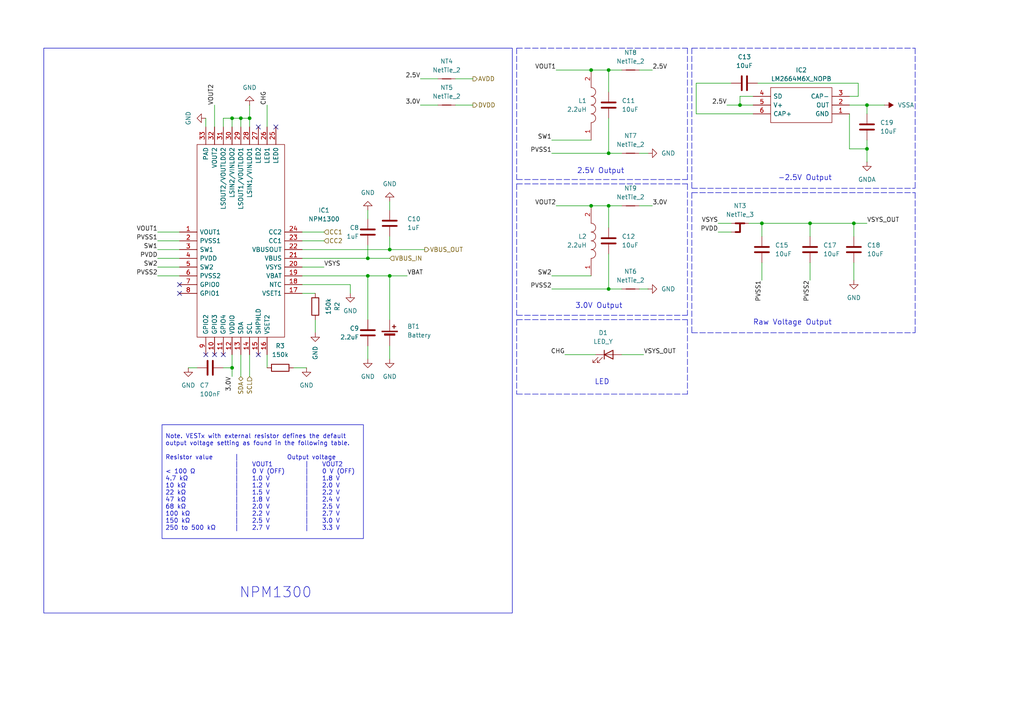
<source format=kicad_sch>
(kicad_sch (version 20231120) (generator "eeschema") (generator_version "8.0")
  (paper "A4")
  (lib_symbols
    (symbol "Device:Battery_Cell" (pin_numbers hide) (pin_names (offset 0) hide)
      (property "Reference" "BT" (at 2.54 2.54 0))
      (property "Value" "Battery_Cell" (at 2.54 0 0))
      (symbol "Battery_Cell_0_1"
        (rectangle (start -2.286 1.778) (end 2.286 1.524) (fill (type outline)))
        (rectangle (start -1.524 1.016) (end 1.524 0.508) (fill (type outline)))
        (polyline (pts (xy 0 0.762) (xy 0 0)))
        (polyline (pts (xy 0 1.778) (xy 0 2.54)))
        (polyline (pts (xy 0.762 3.048) (xy 1.778 3.048)) (stroke (width 0.254)))
        (polyline (pts (xy 1.27 3.556) (xy 1.27 2.54)) (stroke (width 0.254)))
      )
      (symbol "Battery_Cell_1_1"
        (pin passive line (at 0 5.08 270) (length 2.54) (name "+") (number "1"))
        (pin passive line (at 0 -2.54 90) (length 2.54) (name "-") (number "2"))
      )
    )
    (symbol "Device:C" (pin_numbers hide) (pin_names (offset 0.254))
      (property "Reference" "C" (at 0.635 2.54 0))
      (property "Value" "C" (at 0.635 -2.54 0))
      (symbol "C_0_1"
        (polyline (pts (xy -2.032 -0.762) (xy 2.032 -0.762)) (stroke (width 0.508)))
        (polyline (pts (xy -2.032 0.762) (xy 2.032 0.762)) (stroke (width 0.508)))
      )
      (symbol "C_1_1"
        (pin passive line (at 0 3.81 270) (length 2.794) (name "~") (number "1"))
        (pin passive line (at 0 -3.81 90) (length 2.794) (name "~") (number "2"))
      )
    )
    (symbol "Device:LED" (pin_numbers hide) (pin_names (offset 1.016) hide)
      (property "Reference" "D" (at 0 2.54 0))
      (property "Value" "LED" (at 0 -2.54 0))
      (symbol "LED_0_1"
        (polyline (pts (xy -1.27 -1.27) (xy -1.27 1.27)) (stroke (width 0.254)))
        (polyline (pts (xy -1.27 0) (xy 1.27 0)))
        (polyline (pts (xy 1.27 -1.27) (xy 1.27 1.27) (xy -1.27 0) (xy 1.27 -1.27)) (stroke (width 0.254)))
        (polyline (pts (xy -3.048 -0.762) (xy -4.572 -2.286) (xy -3.81 -2.286) (xy -4.572 -2.286) (xy -4.572 -1.524)))
        (polyline (pts (xy -1.778 -0.762) (xy -3.302 -2.286) (xy -2.54 -2.286) (xy -3.302 -2.286) (xy -3.302 -1.524)))
      )
      (symbol "LED_1_1"
        (pin passive line (at -3.81 0 0) (length 2.54) (name "K") (number "1"))
        (pin passive line (at 3.81 0 180) (length 2.54) (name "A") (number "2"))
      )
    )
    (symbol "Device:NetTie_2" (pin_numbers hide) (pin_names (offset 0) hide) (in_bom no)
      (property "Reference" "NT" (at 0 1.27 0))
      (property "Value" "NetTie_2" (at 0 -1.27 0))
      (symbol "NetTie_2_0_1"
        (polyline (pts (xy -1.27 0) (xy 1.27 0)) (stroke (width 0.254)))
      )
      (symbol "NetTie_2_1_1"
        (pin passive line (at -2.54 0 0) (length 2.54) (name "1") (number "1"))
        (pin passive line (at 2.54 0 180) (length 2.54) (name "2") (number "2"))
      )
    )
    (symbol "Device:NetTie_3" (pin_numbers hide) (pin_names (offset 0) hide) (in_bom no)
      (property "Reference" "NT" (at 0 1.27 0))
      (property "Value" "NetTie_3" (at 0 -3.81 0))
      (symbol "NetTie_3_0_1"
        (polyline (pts (xy -1.27 0) (xy 1.27 0)) (stroke (width 0.508)))
        (polyline (pts (xy 0 0) (xy 0 -2.54) (xy -1.27 -2.54)) (stroke (width 0.508)))
      )
      (symbol "NetTie_3_1_1"
        (pin passive line (at -2.54 0 0) (length 2.54) (name "1") (number "1"))
        (pin passive line (at 2.54 0 180) (length 2.54) (name "2") (number "2"))
        (pin passive line (at -2.54 -2.54 0) (length 2.54) (name "3") (number "3"))
      )
    )
    (symbol "Device:R" (pin_numbers hide) (pin_names (offset 0))
      (property "Reference" "R" (at 2.032 0 90))
      (property "Value" "R" (at 0 0 90))
      (symbol "R_0_1"
        (rectangle (start -1.016 -2.54) (end 1.016 2.54) (stroke (width 0.254)))
      )
      (symbol "R_1_1"
        (pin passive line (at 0 3.81 270) (length 1.27) (name "~") (number "1"))
        (pin passive line (at 0 -3.81 90) (length 1.27) (name "~") (number "2"))
      )
    )
    (symbol "LM2664M6X_NOPB:LM2664M6X_NOPB" (pin_names (offset 0.762))
      (property "Reference" "IC" (at 24.13 7.62 0))
      (property "Value" "LM2664M6X_NOPB" (at 24.13 5.08 0))
      (symbol "LM2664M6X_NOPB_0_0"
        (pin passive line (at 0 0 0) (length 5.08) (name "GND") (number "1"))
        (pin passive line (at 0 -2.54 0) (length 5.08) (name "OUT") (number "2"))
        (pin passive line (at 0 -5.08 0) (length 5.08) (name "CAP-") (number "3"))
        (pin passive line (at 27.94 -5.08 180) (length 5.08) (name "SD") (number "4"))
        (pin passive line (at 27.94 -2.54 180) (length 5.08) (name "V+") (number "5"))
        (pin passive line (at 27.94 0 180) (length 5.08) (name "CAP+") (number "6"))
      )
      (symbol "LM2664M6X_NOPB_0_1"
        (polyline (pts (xy 5.08 2.54) (xy 22.86 2.54) (xy 22.86 -7.62) (xy 5.08 -7.62) (xy 5.08 2.54)) (stroke (width 0.1524)))
      )
    )
    (symbol "MLP2016H2R2MT0S1:MLP2016H2R2MT0S1" (pin_names (offset 0.762))
      (property "Reference" "L" (at 16.51 6.35 0))
      (property "Value" "MLP2016H2R2MT0S1" (at 16.51 3.81 0))
      (symbol "MLP2016H2R2MT0S1_0_0"
        (pin passive line (at 0 0 0) (length 5.08) (name "~") (number "1"))
        (pin passive line (at 20.32 0 180) (length 5.08) (name "~") (number "2"))
      )
      (symbol "MLP2016H2R2MT0S1_0_1"
        (arc (start 5.08 0) (mid 6.35 -1.3218) (end 7.62 0) (stroke (width 0.1524)))
        (arc (start 7.62 0) (mid 8.89 -1.3218) (end 10.16 0) (stroke (width 0.1524)))
        (arc (start 10.16 0) (mid 11.43 -1.3218) (end 12.7 0) (stroke (width 0.1524)))
        (arc (start 12.7 0) (mid 13.97 -1.3218) (end 15.24 0) (stroke (width 0.1524)))
      )
    )
    (symbol "NPM1300-QEAA-R:NPM1300-QEAA-R" (pin_names (offset 0.762))
      (property "Reference" "IC" (at 31.75 30.48 0))
      (property "Value" "NPM1300-QEAA-R" (at 31.75 27.94 0))
      (symbol "NPM1300-QEAA-R_0_0"
        (pin power_in line (at 0 0 0) (length 5.08) (name "VOUT1") (number "1"))
        (pin bidirectional line (at 10.16 -35.56 90) (length 5.08) (name "GPIO3") (number "10"))
        (pin bidirectional line (at 12.7 -35.56 90) (length 5.08) (name "GPIO4") (number "11"))
        (pin power_in line (at 15.24 -35.56 90) (length 5.08) (name "VDDIO") (number "12"))
        (pin bidirectional line (at 17.78 -35.56 90) (length 5.08) (name "SDA") (number "13"))
        (pin input line (at 20.32 -35.56 90) (length 5.08) (name "SCL") (number "14"))
        (pin input line (at 22.86 -35.56 90) (length 5.08) (name "SHPHLD") (number "15"))
        (pin input line (at 25.4 -35.56 90) (length 5.08) (name "VSET2") (number "16"))
        (pin input line (at 35.56 -17.78 180) (length 5.08) (name "VSET1") (number "17"))
        (pin input line (at 35.56 -15.24 180) (length 5.08) (name "NTC") (number "18"))
        (pin power_in line (at 35.56 -12.7 180) (length 5.08) (name "VBAT") (number "19"))
        (pin power_in line (at 0 -2.54 0) (length 5.08) (name "PVSS1") (number "2"))
        (pin power_in line (at 35.56 -10.16 180) (length 5.08) (name "VSYS") (number "20"))
        (pin power_in line (at 35.56 -7.62 180) (length 5.08) (name "VBUS") (number "21"))
        (pin output line (at 35.56 -5.08 180) (length 5.08) (name "VBUSOUT") (number "22"))
        (pin input line (at 35.56 -2.54 180) (length 5.08) (name "CC1") (number "23"))
        (pin input line (at 35.56 0 180) (length 5.08) (name "CC2") (number "24"))
        (pin output line (at 27.94 30.48 270) (length 5.08) (name "LED0") (number "25"))
        (pin output line (at 25.4 30.48 270) (length 5.08) (name "LED1") (number "26"))
        (pin output line (at 22.86 30.48 270) (length 5.08) (name "LED2") (number "27"))
        (pin power_in line (at 20.32 30.48 270) (length 5.08) (name "LSIN1/VINLDO1") (number "28"))
        (pin power_in line (at 17.78 30.48 270) (length 5.08) (name "LSOUT1/VOUTLDO1") (number "29"))
        (pin power_in line (at 0 -5.08 0) (length 5.08) (name "SW1") (number "3"))
        (pin power_in line (at 15.24 30.48 270) (length 5.08) (name "LSIN2/VINLDO2") (number "30"))
        (pin power_in line (at 12.7 30.48 270) (length 5.08) (name "LSOUT2/VOUTLDO2") (number "31"))
        (pin power_in line (at 10.16 30.48 270) (length 5.08) (name "VOUT2") (number "32"))
        (pin power_in line (at 7.62 30.48 270) (length 5.08) (name "PAD") (number "33"))
        (pin power_in line (at 0 -7.62 0) (length 5.08) (name "PVDD") (number "4"))
        (pin power_in line (at 0 -10.16 0) (length 5.08) (name "SW2") (number "5"))
        (pin power_in line (at 0 -12.7 0) (length 5.08) (name "PVSS2") (number "6"))
        (pin bidirectional line (at 0 -15.24 0) (length 5.08) (name "GPIO0") (number "7"))
        (pin bidirectional line (at 0 -17.78 0) (length 5.08) (name "GPIO1") (number "8"))
        (pin bidirectional line (at 7.62 -35.56 90) (length 5.08) (name "GPIO2") (number "9"))
      )
      (symbol "NPM1300-QEAA-R_0_1"
        (polyline (pts (xy 5.08 25.4) (xy 30.48 25.4) (xy 30.48 -30.48) (xy 5.08 -30.48) (xy 5.08 25.4)) (stroke (width 0.1524)))
      )
    )
    (symbol "power:GND" (power) (pin_numbers hide) (pin_names (offset 0) hide)
      (property "Value" "GND" (at 0 -3.81 0))
      (symbol "GND_0_1"
        (polyline (pts (xy 0 0) (xy 0 -1.27) (xy 1.27 -1.27) (xy 0 -2.54) (xy -1.27 -1.27) (xy 0 -1.27)))
      )
      (symbol "GND_1_1"
        (pin power_in line (at 0 0 270) (length 0) (name "~") (number "1"))
      )
    )
    (symbol "power:GNDA" (power) (pin_numbers hide) (pin_names (offset 0) hide)
      (property "Value" "GNDA" (at 0 -3.81 0))
      (symbol "GNDA_0_1"
        (polyline (pts (xy 0 0) (xy 0 -1.27) (xy 1.27 -1.27) (xy 0 -2.54) (xy -1.27 -1.27) (xy 0 -1.27)))
      )
      (symbol "GNDA_1_1"
        (pin power_in line (at 0 0 270) (length 0) (name "~") (number "1"))
      )
    )
    (symbol "power:VSSA" (power) (pin_numbers hide) (pin_names (offset 0) hide)
      (property "Value" "VSSA" (at 0 3.556 0))
      (symbol "VSSA_0_1"
        (polyline (pts (xy 0 0) (xy 0 2.54)))
        (polyline (pts (xy 0.762 1.27) (xy -0.762 1.27) (xy 0 2.54) (xy 0.762 1.27)) (fill (type outline)))
      )
      (symbol "VSSA_1_1"
        (pin power_in line (at 0 0 90) (length 0) (name "~") (number "1"))
      )
    )
  )
  (junction (at 171.45 20.32))
  (junction (at 106.68 74.93))
  (junction (at 176.53 44.45))
  (junction (at 176.53 59.69))
  (junction (at 214.63 30.48))
  (junction (at 171.45 59.69))
  (junction (at 106.68 80.01))
  (junction (at 251.46 43.18))
  (junction (at 234.95 64.77))
  (junction (at 113.03 80.01))
  (junction (at 247.65 64.77))
  (junction (at 176.53 83.82))
  (junction (at 113.03 72.39))
  (junction (at 69.85 34.29))
  (junction (at 251.46 30.48))
  (junction (at 67.31 34.29))
  (junction (at 72.39 34.29))
  (junction (at 220.98 64.77))
  (junction (at 176.53 20.32))
  (junction (at 67.31 106.68))
  (no_connect (at 64.77 102.87))
  (no_connect (at 52.07 82.55))
  (no_connect (at 80.01 36.83))
  (no_connect (at 59.69 102.87))
  (no_connect (at 52.07 85.09))
  (no_connect (at 74.93 102.87))
  (no_connect (at 62.23 102.87))
  (no_connect (at 74.93 36.83))
  (wire (pts (xy 91.44 92.71) (xy 91.44 96.52)))
  (wire (pts (xy 176.53 20.32) (xy 180.34 20.32)))
  (wire (pts (xy 208.28 67.31) (xy 212.09 67.31)))
  (wire (pts (xy 208.28 64.77) (xy 212.09 64.77)))
  (wire (pts (xy 185.42 20.32) (xy 189.23 20.32)))
  (wire (pts (xy 106.68 74.93) (xy 106.68 71.12)))
  (wire (pts (xy 67.31 34.29) (xy 69.85 34.29)))
  (wire (pts (xy 113.03 72.39) (xy 123.19 72.39)))
  (wire (pts (xy 101.6 82.55) (xy 101.6 85.09)))
  (wire (pts (xy 185.42 83.82) (xy 187.96 83.82)))
  (wire (pts (xy 214.63 30.48) (xy 214.63 27.94)))
  (wire (pts (xy 246.38 27.94) (xy 248.92 27.94)))
  (wire (pts (xy 171.45 20.32) (xy 176.53 20.32)))
  (wire (pts (xy 87.63 69.85) (xy 93.98 69.85)))
  (wire (pts (xy 161.29 59.69) (xy 171.45 59.69)))
  (wire (pts (xy 57.15 106.68) (xy 54.61 106.68)))
  (wire (pts (xy 185.42 59.69) (xy 189.23 59.69)))
  (wire (pts (xy 45.72 72.39) (xy 52.07 72.39)))
  (wire (pts (xy 251.46 43.18) (xy 251.46 46.99)))
  (wire (pts (xy 67.31 106.68) (xy 64.77 106.68)))
  (wire (pts (xy 45.72 67.31) (xy 52.07 67.31)))
  (wire (pts (xy 160.02 40.64) (xy 171.45 40.64)))
  (polyline (pts (xy 149.86 92.71) (xy 199.39 92.71)) (stroke (width 0) (type dash)))
  (wire (pts (xy 52.07 80.01) (xy 45.72 80.01)))
  (wire (pts (xy 251.46 30.48) (xy 251.46 33.02)))
  (wire (pts (xy 251.46 30.48) (xy 256.54 30.48)))
  (wire (pts (xy 163.83 102.87) (xy 172.72 102.87)))
  (wire (pts (xy 171.45 59.69) (xy 176.53 59.69)))
  (wire (pts (xy 69.85 36.83) (xy 69.85 34.29)))
  (wire (pts (xy 67.31 102.87) (xy 67.31 106.68)))
  (wire (pts (xy 248.92 24.13) (xy 219.71 24.13)))
  (wire (pts (xy 246.38 43.18) (xy 251.46 43.18)))
  (polyline (pts (xy 149.86 91.44) (xy 199.39 91.44)) (stroke (width 0) (type dash)))
  (polyline (pts (xy 200.66 54.61) (xy 265.43 54.61)) (stroke (width 0) (type dash)))
  (wire (pts (xy 64.77 34.29) (xy 67.31 34.29)))
  (wire (pts (xy 77.47 30.48) (xy 77.47 36.83)))
  (wire (pts (xy 87.63 72.39) (xy 113.03 72.39)))
  (wire (pts (xy 185.42 44.45) (xy 187.96 44.45)))
  (polyline (pts (xy 149.86 53.34) (xy 149.86 91.44)) (stroke (width 0) (type dash)))
  (wire (pts (xy 64.77 36.83) (xy 64.77 34.29)))
  (wire (pts (xy 246.38 33.02) (xy 246.38 43.18)))
  (wire (pts (xy 69.85 34.29) (xy 72.39 34.29)))
  (polyline (pts (xy 199.39 92.71) (xy 199.39 114.3)) (stroke (width 0) (type dash)))
  (wire (pts (xy 234.95 64.77) (xy 247.65 64.77)))
  (wire (pts (xy 113.03 58.42) (xy 113.03 60.96)))
  (polyline (pts (xy 200.66 96.52) (xy 265.43 96.52)) (stroke (width 0) (type dash)))
  (wire (pts (xy 52.07 74.93) (xy 45.72 74.93)))
  (polyline (pts (xy 149.86 53.34) (xy 199.39 53.34)) (stroke (width 0) (type dash)))
  (wire (pts (xy 212.09 24.13) (xy 201.93 24.13)))
  (wire (pts (xy 161.29 20.32) (xy 171.45 20.32)))
  (polyline (pts (xy 200.66 13.97) (xy 265.43 13.97)) (stroke (width 0) (type dash)))
  (polyline (pts (xy 200.66 13.97) (xy 200.66 54.61)) (stroke (width 0) (type dash)))
  (wire (pts (xy 72.39 109.22) (xy 72.39 102.87)))
  (wire (pts (xy 87.63 85.09) (xy 91.44 85.09)))
  (wire (pts (xy 59.69 34.29) (xy 59.69 36.83)))
  (wire (pts (xy 176.53 59.69) (xy 180.34 59.69)))
  (wire (pts (xy 201.93 24.13) (xy 201.93 33.02)))
  (wire (pts (xy 217.17 64.77) (xy 220.98 64.77)))
  (wire (pts (xy 52.07 77.47) (xy 45.72 77.47)))
  (wire (pts (xy 72.39 34.29) (xy 72.39 36.83)))
  (polyline (pts (xy 199.39 13.97) (xy 199.39 52.07)) (stroke (width 0) (type dash)))
  (wire (pts (xy 106.68 100.33) (xy 106.68 104.14)))
  (wire (pts (xy 220.98 64.77) (xy 234.95 64.77)))
  (wire (pts (xy 113.03 100.33) (xy 113.03 104.14)))
  (wire (pts (xy 113.03 80.01) (xy 113.03 92.71)))
  (wire (pts (xy 77.47 102.87) (xy 77.47 106.68)))
  (wire (pts (xy 214.63 27.94) (xy 218.44 27.94)))
  (polyline (pts (xy 149.86 13.97) (xy 149.86 52.07)) (stroke (width 0) (type dash)))
  (wire (pts (xy 121.92 22.86) (xy 127 22.86)))
  (wire (pts (xy 113.03 80.01) (xy 118.11 80.01)))
  (wire (pts (xy 180.34 102.87) (xy 186.69 102.87)))
  (polyline (pts (xy 149.86 52.07) (xy 199.39 52.07)) (stroke (width 0) (type dash)))
  (wire (pts (xy 176.53 73.66) (xy 176.53 83.82)))
  (wire (pts (xy 176.53 59.69) (xy 176.53 66.04)))
  (wire (pts (xy 247.65 64.77) (xy 251.46 64.77)))
  (polyline (pts (xy 200.66 55.88) (xy 265.43 55.88)) (stroke (width 0) (type dash)))
  (wire (pts (xy 106.68 74.93) (xy 113.03 74.93)))
  (wire (pts (xy 106.68 60.96) (xy 106.68 63.5)))
  (polyline (pts (xy 265.43 55.88) (xy 265.43 96.52)) (stroke (width 0) (type dash)))
  (wire (pts (xy 176.53 34.29) (xy 176.53 44.45)))
  (wire (pts (xy 247.65 64.77) (xy 247.65 68.58)))
  (wire (pts (xy 176.53 20.32) (xy 176.53 26.67)))
  (wire (pts (xy 234.95 76.2) (xy 234.95 81.28)))
  (polyline (pts (xy 199.39 53.34) (xy 199.39 91.44)) (stroke (width 0) (type dash)))
  (wire (pts (xy 247.65 76.2) (xy 247.65 81.28)))
  (wire (pts (xy 67.31 36.83) (xy 67.31 34.29)))
  (wire (pts (xy 62.23 30.48) (xy 62.23 36.83)))
  (polyline (pts (xy 149.86 13.97) (xy 199.39 13.97)) (stroke (width 0) (type dash)))
  (wire (pts (xy 93.98 77.47) (xy 87.63 77.47)))
  (wire (pts (xy 45.72 69.85) (xy 52.07 69.85)))
  (wire (pts (xy 101.6 82.55) (xy 87.63 82.55)))
  (wire (pts (xy 176.53 83.82) (xy 160.02 83.82)))
  (wire (pts (xy 176.53 44.45) (xy 180.34 44.45)))
  (wire (pts (xy 248.92 27.94) (xy 248.92 24.13)))
  (polyline (pts (xy 265.43 13.97) (xy 265.43 54.61)) (stroke (width 0) (type dash)))
  (wire (pts (xy 220.98 64.77) (xy 220.98 68.58)))
  (wire (pts (xy 121.92 30.48) (xy 127 30.48)))
  (polyline (pts (xy 200.66 55.88) (xy 200.66 96.52)) (stroke (width 0) (type dash)))
  (wire (pts (xy 67.31 106.68) (xy 67.31 109.22)))
  (wire (pts (xy 69.85 102.87) (xy 69.85 109.22)))
  (wire (pts (xy 93.98 67.31) (xy 87.63 67.31)))
  (wire (pts (xy 220.98 76.2) (xy 220.98 81.28)))
  (wire (pts (xy 106.68 80.01) (xy 113.03 80.01)))
  (wire (pts (xy 176.53 44.45) (xy 160.02 44.45)))
  (wire (pts (xy 85.09 106.68) (xy 88.9 106.68)))
  (wire (pts (xy 87.63 80.01) (xy 106.68 80.01)))
  (polyline (pts (xy 149.86 114.3) (xy 199.39 114.3)) (stroke (width 0) (type dash)))
  (wire (pts (xy 251.46 40.64) (xy 251.46 43.18)))
  (wire (pts (xy 132.08 22.86) (xy 137.16 22.86)))
  (wire (pts (xy 106.68 80.01) (xy 106.68 92.71)))
  (wire (pts (xy 201.93 33.02) (xy 218.44 33.02)))
  (wire (pts (xy 160.02 80.01) (xy 171.45 80.01)))
  (wire (pts (xy 234.95 64.77) (xy 234.95 68.58)))
  (wire (pts (xy 87.63 74.93) (xy 106.68 74.93)))
  (wire (pts (xy 214.63 30.48) (xy 218.44 30.48)))
  (wire (pts (xy 113.03 68.58) (xy 113.03 72.39)))
  (wire (pts (xy 176.53 83.82) (xy 180.34 83.82)))
  (wire (pts (xy 132.08 30.48) (xy 137.16 30.48)))
  (wire (pts (xy 246.38 30.48) (xy 251.46 30.48)))
  (polyline (pts (xy 149.86 92.71) (xy 149.86 114.3)) (stroke (width 0) (type dash)))
  (wire (pts (xy 72.39 30.48) (xy 72.39 34.29)))
  (wire (pts (xy 214.63 30.48) (xy 210.82 30.48)))
  (rectangle (start 12.7 13.97) (end 148.59 177.8))
  (text_box "Note. VESTx with external resistor defines the default output voltage setting as found in the following table.\n\nResistor value	|			Output voltage\n				|	VOUT1		|	VOUT2\n< 100 Ω			|	0 V (OFF)	|	0 V (OFF)\n4.7 kΩ 			|	1.0 V 		|	1.8 V\n10 kΩ 			|	1.2 V 		|	2.0 V\n22 kΩ 			|	1.5 V 		|	2.2 V\n47 kΩ 			|	1.8 V		| 	2.4 V\n68 kΩ 			|	2.0 V 		|	2.5 V\n100 kΩ 			|	2.2 V 		|	2.7 V\n150 kΩ 			|	2.5 V 		|	3.0 V\n250 to 500 kΩ 	|	2.7 V 		|	3.3 V" (at 46.99 123.19 0) (size 58.42 33.02) (effects (font (size 1.27 1.27)) (justify left)))
  (text "-2.5V Output" (at 241.3 52.578 0) (effects (font (size 1.524 1.524)) (justify right bottom)))
  (text "Raw Voltage Output" (at 241.3 94.488 0) (effects (font (size 1.524 1.524)) (justify right bottom)))
  (text "3.0V Output" (at 180.594 89.662 0) (effects (font (size 1.524 1.524)) (justify right bottom)))
  (text "2.5V Output" (at 181.102 50.546 0) (effects (font (size 1.524 1.524)) (justify right bottom)))
  (text "LED" (at 176.784 111.76 0) (effects (font (size 1.524 1.524)) (justify right bottom)))
  (text "NPM1300" (at 69.342 173.736 0) (effects (font (size 2.9972 2.9972)) (justify left bottom)))
  (label "PVSS2" (at 234.95 81.28 270))
  (label "VSYS_OUT" (at 251.46 64.77 0))
  (label "PVSS1" (at 45.72 69.85 180))
  (label "VOUT1" (at 45.72 67.31 180))
  (label "CHG" (at 77.47 30.48 90))
  (label "CHG" (at 163.83 102.87 180))
  (label "VSYS" (at 208.28 64.77 180))
  (label "SW2" (at 160.02 80.01 180))
  (label "VSYS" (at 93.98 77.47 0))
  (label "2.5V" (at 189.23 20.32 0))
  (label "VOUT1" (at 161.29 20.32 180))
  (label "VSYS_OUT" (at 186.69 102.87 0))
  (label "PVSS1" (at 220.98 81.28 270))
  (label "VBAT" (at 118.11 80.01 0))
  (label "SW2" (at 45.72 77.47 180))
  (label "PVSS1" (at 160.02 44.45 180))
  (label "3.0V" (at 189.23 59.69 0))
  (label "PVSS2" (at 160.02 83.82 180))
  (label "VOUT2" (at 161.29 59.69 180))
  (label "2.5V" (at 210.82 30.48 180))
  (label "SW1" (at 160.02 40.64 180))
  (label "3.0V" (at 67.31 109.22 270))
  (label "PVSS2" (at 45.72 80.01 180))
  (label "SW1" (at 45.72 72.39 180))
  (label "PVDD" (at 45.72 74.93 180))
  (label "2.5V" (at 121.92 22.86 180))
  (label "VOUT2" (at 62.23 30.48 90))
  (label "3.0V" (at 121.92 30.48 180))
  (label "PVDD" (at 208.28 67.31 180))
  (hierarchical_label "CC1" (shape input) (at 93.98 67.31 0))
  (hierarchical_label "CC2" (shape input) (at 93.98 69.85 0))
  (hierarchical_label "VBUS_IN" (shape input) (at 113.03 74.93 0))
  (hierarchical_label "SDA" (shape bidirectional) (at 69.85 109.22 270))
  (hierarchical_label "VBUS_OUT" (shape output) (at 123.19 72.39 0))
  (hierarchical_label "AVDD" (shape output) (at 137.16 22.86 0))
  (hierarchical_label "DVDD" (shape output) (at 137.16 30.48 0))
  (hierarchical_label "SCL" (shape input) (at 72.39 109.22 270))
  (symbol (lib_id "power:GND") (at 247.65 81.28 0) (unit 1)
    (property "Reference" "#PWR024" (effects (hide yes)))
    (property "Value" "GND" (at 247.65 86.36 0))
    (property "Description" "Power symbol creates a global label with name \"GND\" , ground" (effects (hide yes)))
  )
  (symbol (lib_id "Device:C") (at 220.98 72.39 180) (unit 1)
    (property "Reference" "C15" (at 224.79 71.1199 0) (effects (justify right)))
    (property "Value" "10uF" (at 224.79 73.6599 0) (effects (justify right)))
    (property "Footprint" "Capacitor_SMD:C_0402_1005Metric" (effects (hide yes)))
    (property "Description" "10V 10uF X5R ±20% 0402  Multilayer Ceramic Capacitors MLCC - SMD/SMT ROHS" (effects (hide yes)))
    (property "Type" "Surface Mount " (effects (hide yes)))
    (property "Package" "0402 (1005 Metric)" (effects (hide yes)))
    (property "MANUFACTURER" "Murata Electronics" (effects (hide yes)))
    (property "MANUFACTURER_PART_NUMBER" "GRM155R61A106ME44D" (effects (hide yes)))
  )
  (symbol (lib_id "LM2664M6X_NOPB:LM2664M6X_NOPB") (at 246.38 33.02 180) (unit 1)
    (property "Reference" "IC2" (at 232.41 20.32 0))
    (property "Value" "LM2664M6X_NOPB" (at 232.41 22.86 0))
    (property "Footprint" "LM2664M6X_NOPB:SOT95P280X145-6N" (effects (hide yes)))
    (property "Datasheet" "https://componentsearchengine.com/Datasheets/2/LM2664M6X_NOPB.pdf" (effects (hide yes)))
    (property "Description" "Switching Voltage Regulators Switched Capacitor Vtg Cnvtr" (effects (hide yes)))
    (property "Height" "1.45" (effects (hide yes)))
    (property "Manufacturer_Name" "Texas Instruments" (effects (hide yes)))
    (property "Manufacturer_Part_Number" "LM2664M6X/NOPB" (effects (hide yes)))
    (property "Mouser Part Number" "926-LM2664M6X/NOPB" (effects (hide yes)))
    (property "Mouser Price/Stock" "https://www.mouser.co.uk/ProductDetail/Texas-Instruments/LM2664M6X-NOPB?qs=X1J7HmVL2ZHEhyIijWLH%252BA%3D%3D" (effects (hide yes)))
    (property "Arrow Part Number" "LM2664M6X/NOPB" (effects (hide yes)))
    (property "Arrow Price/Stock" "https://www.arrow.com/en/products/lm2664m6xnopb/texas-instruments?region=nac" (effects (hide yes)))
    (property "Type" "Surface Mount " (effects (hide yes)))
    (property "MANUFACTURER" "Texas Instruments " (effects (hide yes)))
    (property "MANUFACTURER_PART_NUMBER" "LM2664M6X/NOPB " (effects (hide yes)))
    (property "Package" "SOT-23-6" (effects (hide yes)))
  )
  (symbol (lib_id "Device:C") (at 251.46 36.83 180) (unit 1)
    (property "Reference" "C19" (at 255.27 35.5599 0) (effects (justify right)))
    (property "Value" "10uF" (at 255.27 38.0999 0) (effects (justify right)))
    (property "Footprint" "Capacitor_SMD:C_0402_1005Metric" (effects (hide yes)))
    (property "Description" "10V 10uF X5R ±20% 0402  Multilayer Ceramic Capacitors MLCC - SMD/SMT ROHS" (effects (hide yes)))
    (property "Type" "Surface Mount " (effects (hide yes)))
    (property "Package" "0402 (1005 Metric)" (effects (hide yes)))
    (property "MANUFACTURER" "Murata Electronics" (effects (hide yes)))
    (property "MANUFACTURER_PART_NUMBER" "GRM155R61A106ME44D" (effects (hide yes)))
  )
  (symbol (lib_id "Device:C") (at 247.65 72.39 180) (unit 1)
    (property "Reference" "C18" (at 251.46 71.1199 0) (effects (justify right)))
    (property "Value" "10uF" (at 251.46 73.6599 0) (effects (justify right)))
    (property "Footprint" "Capacitor_SMD:C_0402_1005Metric" (effects (hide yes)))
    (property "Description" "10V 10uF X5R ±20% 0402  Multilayer Ceramic Capacitors MLCC - SMD/SMT ROHS" (effects (hide yes)))
    (property "Type" "Surface Mount " (effects (hide yes)))
    (property "Package" "0402 (1005 Metric)" (effects (hide yes)))
    (property "MANUFACTURER" "Murata Electronics" (effects (hide yes)))
    (property "MANUFACTURER_PART_NUMBER" "GRM155R61A106ME44D" (effects (hide yes)))
  )
  (symbol (lib_id "Device:C") (at 176.53 69.85 180) (unit 1)
    (property "Reference" "C12" (at 180.34 68.5799 0) (effects (justify right)))
    (property "Value" "10uF" (at 180.34 71.1199 0) (effects (justify right)))
    (property "Footprint" "Capacitor_SMD:C_0402_1005Metric" (effects (hide yes)))
    (property "Description" "10V 10uF X5R ±20% 0402  Multilayer Ceramic Capacitors MLCC - SMD/SMT ROHS" (effects (hide yes)))
    (property "Type" "Surface Mount " (effects (hide yes)))
    (property "Package" "0402 (1005 Metric)" (effects (hide yes)))
    (property "MANUFACTURER" "Murata Electronics" (effects (hide yes)))
    (property "MANUFACTURER_PART_NUMBER" "GRM155R61A106ME44D" (effects (hide yes)))
  )
  (symbol (lib_id "power:GND") (at 59.69 34.29 270) (unit 1)
    (property "Reference" "#PWR013" (effects (hide yes)))
    (property "Value" "GND" (at 54.61 34.29 0))
    (property "Description" "Power symbol creates a global label with name \"GND\" , ground" (effects (hide yes)))
  )
  (symbol (lib_id "Device:NetTie_2") (at 182.88 83.82 0) (unit 1) (in_bom no)
    (property "Reference" "NT6" (at 182.88 78.74 0))
    (property "Value" "NetTie_2" (at 182.88 81.28 0))
    (property "Description" "Net tie, 2 pins" (effects (hide yes)))
  )
  (symbol (lib_id "Device:C") (at 113.03 64.77 180) (unit 1)
    (property "Reference" "C10" (at 118.11 63.4999 0) (effects (justify right)))
    (property "Value" "1uF" (at 118.11 66.0399 0) (effects (justify right)))
    (property "Footprint" "Capacitor_SMD:C_0402_1005Metric" (effects (hide yes)))
    (property "Description" "10V 1uF X5R ±10% 0402  Multilayer Ceramic Capacitors MLCC - SMD/SMT ROHS" (effects (hide yes)))
    (property "Type" "Surface Mount " (effects (hide yes)))
    (property "Package" "0402 (1005 Metric)" (effects (hide yes)))
    (property "MANUFACTURER" "Murata Electronics" (effects (hide yes)))
    (property "MANUFACTURER_PART_NUMBER" "GRM155R61A105KE15D" (effects (hide yes)))
  )
  (symbol (lib_id "power:GND") (at 106.68 104.14 0) (unit 1)
    (property "Reference" "#PWR017" (effects (hide yes)))
    (property "Value" "GND" (at 106.68 109.22 0))
    (property "Description" "Power symbol creates a global label with name \"GND\" , ground" (effects (hide yes)))
  )
  (symbol (lib_id "Device:NetTie_3") (at 214.63 64.77 0) (unit 1) (in_bom no)
    (property "Reference" "NT3" (at 214.63 59.69 0))
    (property "Value" "NetTie_3" (at 214.63 62.23 0))
    (property "Description" "Net tie, 3 pins" (effects (hide yes)))
  )
  (symbol (lib_id "Device:R") (at 91.44 88.9 180) (unit 1)
    (property "Reference" "R2" (at 97.79 88.9 90))
    (property "Value" "150k" (at 95.25 88.9 90))
    (property "Footprint" "Resistor_SMD:R_0402_1005Metric" (effects (hide yes)))
    (property "Description" "62.5mW Thick Film Resistors 50V ±100ppm/℃ ±1% 150kΩ 0402  Chip Resistor - Surface Mount ROHS" (effects (hide yes)))
    (property "Type" "Surface Mount " (effects (hide yes)))
    (property "MANUFACTURER" "YAGEO" (effects (hide yes)))
    (property "MANUFACTURER_PART_NUMBER" "RC0402FR-07150KL" (effects (hide yes)))
    (property "Package" "0402 (1005 Metric)" (effects (hide yes)))
  )
  (symbol (lib_id "Device:C") (at 106.68 67.31 180) (unit 1)
    (property "Reference" "C8" (at 104.14 66.0399 0) (effects (justify left)))
    (property "Value" "1uF" (at 104.14 68.5799 0) (effects (justify left)))
    (property "Footprint" "Capacitor_SMD:C_0402_1005Metric" (effects (hide yes)))
    (property "Description" "10V 1uF X5R ±10% 0402  Multilayer Ceramic Capacitors MLCC - SMD/SMT ROHS" (effects (hide yes)))
    (property "Type" "Surface Mount " (effects (hide yes)))
    (property "Package" "0402 (1005 Metric)" (effects (hide yes)))
    (property "MANUFACTURER" "Murata Electronics" (effects (hide yes)))
    (property "MANUFACTURER_PART_NUMBER" "GRM155R61A105KE15D" (effects (hide yes)))
  )
  (symbol (lib_id "Device:NetTie_2") (at 129.54 30.48 0) (unit 1) (in_bom no)
    (property "Reference" "NT5" (at 129.54 25.4 0))
    (property "Value" "NetTie_2" (at 129.54 27.94 0))
    (property "Description" "Net tie, 2 pins" (effects (hide yes)))
  )
  (symbol (lib_id "Device:C") (at 215.9 24.13 90) (unit 1)
    (property "Reference" "C13" (at 215.9 16.51 90))
    (property "Value" "10uF" (at 215.9 19.05 90))
    (property "Footprint" "Capacitor_SMD:C_0402_1005Metric" (effects (hide yes)))
    (property "Description" "10V 10uF X5R ±20% 0402  Multilayer Ceramic Capacitors MLCC - SMD/SMT ROHS" (effects (hide yes)))
    (property "Type" "Surface Mount " (effects (hide yes)))
    (property "Package" "0402 (1005 Metric)" (effects (hide yes)))
    (property "MANUFACTURER" "Murata Electronics" (effects (hide yes)))
    (property "MANUFACTURER_PART_NUMBER" "GRM155R61A106ME44D" (effects (hide yes)))
  )
  (symbol (lib_id "Device:NetTie_2") (at 129.54 22.86 0) (unit 1) (in_bom no)
    (property "Reference" "NT4" (at 129.54 17.78 0))
    (property "Value" "NetTie_2" (at 129.54 20.32 0))
    (property "Description" "Net tie, 2 pins" (effects (hide yes)))
  )
  (symbol (lib_id "power:GND") (at 113.03 58.42 180) (unit 1)
    (property "Reference" "#PWR018" (effects (hide yes)))
    (property "Value" "GND" (at 113.03 53.34 0))
    (property "Description" "Power symbol creates a global label with name \"GND\" , ground" (effects (hide yes)))
  )
  (symbol (lib_id "power:VSSA") (at 256.54 30.48 270) (unit 1)
    (property "Reference" "#PWR050" (effects (hide yes)))
    (property "Value" "VSSA" (at 260.35 30.4799 90) (effects (justify left)))
    (property "Description" "Power symbol creates a global label with name \"VSSA\"" (effects (hide yes)))
  )
  (symbol (lib_id "power:GND") (at 187.96 83.82 90) (unit 1)
    (property "Reference" "#PWR021" (effects (hide yes)))
    (property "Value" "GND" (at 191.77 83.8199 90) (effects (justify right)))
    (property "Description" "Power symbol creates a global label with name \"GND\" , ground" (effects (hide yes)))
  )
  (symbol (lib_id "Device:R") (at 81.28 106.68 270) (unit 1)
    (property "Reference" "R3" (at 81.28 100.33 90))
    (property "Value" "150k" (at 81.28 102.87 90))
    (property "Footprint" "Resistor_SMD:R_0402_1005Metric" (effects (hide yes)))
    (property "Description" "62.5mW Thick Film Resistors 50V ±100ppm/℃ ±1% 150kΩ 0402  Chip Resistor - Surface Mount ROHS" (effects (hide yes)))
    (property "Type" "Surface Mount " (effects (hide yes)))
    (property "MANUFACTURER" "YAGEO" (effects (hide yes)))
    (property "MANUFACTURER_PART_NUMBER" "RC0402FR-07150KL" (effects (hide yes)))
    (property "Package" "0402 (1005 Metric)" (effects (hide yes)))
  )
  (symbol (lib_id "MLP2016H2R2MT0S1:MLP2016H2R2MT0S1") (at 171.45 80.01 90) (unit 1)
    (property "Reference" "L2" (at 170.18 68.5799 90) (effects (justify left)))
    (property "Value" "2.2uH" (at 170.18 71.1199 90) (effects (justify left)))
    (property "Footprint" "MLP2016H2R2MT0S1:INDC2016X100N" (effects (hide yes)))
    (property "Datasheet" "https://product.tdk.com/system/files/dam/doc/product/inductor/inductor/smd/catalog/inductor_commercial_power_mlp2016_en.pdf" (effects (hide yes)))
    (property "Description" "SMD / SMT Inductors (Coils), L=2.2?H, L x W x T :" (effects (hide yes)))
    (property "Height" "1" (effects (hide yes)))
    (property "Manufacturer_Name" "TDK" (effects (hide yes)))
    (property "Manufacturer_Part_Number" "MLP2016H2R2MT0S1" (effects (hide yes)))
    (property "Mouser Part Number" "810-MLP2016H2R2MT0S1" (effects (hide yes)))
    (property "Mouser Price/Stock" "https://www.mouser.co.uk/ProductDetail/TDK/MLP2016H2R2MT0S1?qs=%2FPzWLGNeQ%252BgIIGDjjVUZ%2Fg%3D%3D" (effects (hide yes)))
    (property "Arrow Part Number" "MLP2016H2R2MT0S1" (effects (hide yes)))
    (property "Arrow Price/Stock" "https://www.arrow.com/en/products/mlp2016h2r2mt0s1/tdk?region=nac" (effects (hide yes)))
    (property "Type" "Surface Mount " (effects (hide yes)))
    (property "MANUFACTURER" "TDK Corporation" (effects (hide yes)))
    (property "MANUFACTURER_PART_NUMBER" "MLP2016H2R2MT0S1" (effects (hide yes)))
    (property "Package" "0806 (2016 Metric)" (effects (hide yes)))
  )
  (symbol (lib_id "power:GND") (at 54.61 106.68 0) (unit 1)
    (property "Reference" "#PWR010" (effects (hide yes)))
    (property "Value" "GND" (at 54.61 111.76 0))
    (property "Description" "Power symbol creates a global label with name \"GND\" , ground" (effects (hide yes)))
  )
  (symbol (lib_id "Device:NetTie_2") (at 182.88 44.45 0) (unit 1) (in_bom no)
    (property "Reference" "NT7" (at 182.88 39.37 0))
    (property "Value" "NetTie_2" (at 182.88 41.91 0))
    (property "Description" "Net tie, 2 pins" (effects (hide yes)))
  )
  (symbol (lib_id "power:GND") (at 187.96 44.45 90) (unit 1)
    (property "Reference" "#PWR020" (effects (hide yes)))
    (property "Value" "GND" (at 191.77 44.4499 90) (effects (justify right)))
    (property "Description" "Power symbol creates a global label with name \"GND\" , ground" (effects (hide yes)))
  )
  (symbol (lib_id "power:GND") (at 101.6 85.09 0) (unit 1)
    (property "Reference" "#PWR015" (effects (hide yes)))
    (property "Value" "GND" (at 101.6 90.17 0))
    (property "Description" "Power symbol creates a global label with name \"GND\" , ground" (effects (hide yes)))
  )
  (symbol (lib_id "Device:NetTie_2") (at 182.88 20.32 0) (unit 1) (in_bom no)
    (property "Reference" "NT8" (at 182.88 15.24 0))
    (property "Value" "NetTie_2" (at 182.88 17.78 0))
    (property "Description" "Net tie, 2 pins" (effects (hide yes)))
  )
  (symbol (lib_id "Device:C") (at 234.95 72.39 180) (unit 1)
    (property "Reference" "C17" (at 238.76 71.1199 0) (effects (justify right)))
    (property "Value" "10uF" (at 238.76 73.6599 0) (effects (justify right)))
    (property "Footprint" "Capacitor_SMD:C_0402_1005Metric" (effects (hide yes)))
    (property "Description" "10V 10uF X5R ±20% 0402  Multilayer Ceramic Capacitors MLCC - SMD/SMT ROHS" (effects (hide yes)))
    (property "Type" "Surface Mount " (effects (hide yes)))
    (property "Package" "0402 (1005 Metric)" (effects (hide yes)))
    (property "MANUFACTURER" "Murata Electronics" (effects (hide yes)))
    (property "MANUFACTURER_PART_NUMBER" "GRM155R61A106ME44D" (effects (hide yes)))
  )
  (symbol (lib_id "power:GND") (at 88.9 106.68 0) (unit 1)
    (property "Reference" "#PWR012" (effects (hide yes)))
    (property "Value" "GND" (at 88.9 111.76 0))
    (property "Description" "Power symbol creates a global label with name \"GND\" , ground" (effects (hide yes)))
  )
  (symbol (lib_id "power:GNDA") (at 251.46 46.99 0) (unit 1)
    (property "Reference" "#PWR025" (effects (hide yes)))
    (property "Value" "GNDA" (at 251.46 52.07 0))
    (property "Description" "Power symbol creates a global label with name \"GNDA\" , analog ground" (effects (hide yes)))
  )
  (symbol (lib_id "Device:C") (at 106.68 96.52 180) (unit 1)
    (property "Reference" "C9" (at 104.14 95.2499 0) (effects (justify left)))
    (property "Value" "2.2uF" (at 104.14 97.7899 0) (effects (justify left)))
    (property "Footprint" "Capacitor_SMD:C_0402_1005Metric" (effects (hide yes)))
    (property "Description" "10V 2.2uF X7R ±10% 0402  Multilayer Ceramic Capacitors MLCC - SMD/SMT ROHS" (effects (hide yes)))
    (property "Type" "Surface Mount " (effects (hide yes)))
    (property "Package" "0402 (1005 Metric)" (effects (hide yes)))
    (property "MANUFACTURER" "Murata Electronics" (effects (hide yes)))
    (property "MANUFACTURER_PART_NUMBER" "GRM155Z71A225KE01D" (effects (hide yes)))
  )
  (symbol (lib_id "power:GND") (at 113.03 104.14 0) (unit 1)
    (property "Reference" "#PWR019" (effects (hide yes)))
    (property "Value" "GND" (at 113.03 109.22 0))
    (property "Description" "Power symbol creates a global label with name \"GND\" , ground" (effects (hide yes)))
  )
  (symbol (lib_id "Device:Battery_Cell") (at 113.03 97.79 0) (unit 1)
    (property "Reference" "BT1" (at 118.11 94.6784 0) (effects (justify left)))
    (property "Value" "Battery" (at 118.11 97.2184 0) (effects (justify left)))
    (property "Footprint" "Connector_PinHeader_1.27mm:PinHeader_1x02_P1.27mm_Vertical" (effects (hide yes)))
    (property "Description" "1x2P 2P 1 1.25mm 2 -25℃~+85℃ 1A Straight Plugin,P=1.25mm  Wire To Board / Wire To Wire Connector ROHS" (effects (hide yes)))
    (property "Type" "Through Hole " (effects (hide yes)))
    (property "MANUFACTURER" "CAX" (effects (hide yes)))
    (property "MANUFACTURER_PART_NUMBER" "1.25T-2A" (effects (hide yes)))
    (property "Package" "2POS" (effects (hide yes)))
  )
  (symbol (lib_id "power:GND") (at 72.39 30.48 180) (unit 1)
    (property "Reference" "#PWR014" (effects (hide yes)))
    (property "Value" "GND" (at 72.39 25.4 0))
    (property "Description" "Power symbol creates a global label with name \"GND\" , ground" (effects (hide yes)))
  )
  (symbol (lib_id "Device:C") (at 60.96 106.68 270) (unit 1)
    (property "Reference" "C7" (at 57.912 111.76 90) (effects (justify left)))
    (property "Value" "100nF" (at 57.912 114.3 90) (effects (justify left)))
    (property "Footprint" "Capacitor_SMD:C_0402_1005Metric" (effects (hide yes)))
    (property "Description" "16V 100nF X7R ±10% 0402  Multilayer Ceramic Capacitors MLCC - SMD/SMT ROHS" (effects (hide yes)))
    (property "Type" "Surface Mount " (effects (hide yes)))
    (property "Package" "0402 (1005 Metric)" (effects (hide yes)))
    (property "MANUFACTURER" "Murata Electronics" (effects (hide yes)))
    (property "MANUFACTURER_PART_NUMBER" "GRM155R71C104KA88D" (effects (hide yes)))
  )
  (symbol (lib_id "MLP2016H2R2MT0S1:MLP2016H2R2MT0S1") (at 171.45 40.64 90) (unit 1)
    (property "Reference" "L1" (at 170.18 29.2099 90) (effects (justify left)))
    (property "Value" "2.2uH" (at 170.18 31.7499 90) (effects (justify left)))
    (property "Footprint" "MLP2016H2R2MT0S1:INDC2016X100N" (effects (hide yes)))
    (property "Datasheet" "https://product.tdk.com/system/files/dam/doc/product/inductor/inductor/smd/catalog/inductor_commercial_power_mlp2016_en.pdf" (effects (hide yes)))
    (property "Description" "SMD / SMT Inductors (Coils), L=2.2?H, L x W x T :" (effects (hide yes)))
    (property "Height" "1" (effects (hide yes)))
    (property "Manufacturer_Name" "TDK" (effects (hide yes)))
    (property "Manufacturer_Part_Number" "MLP2016H2R2MT0S1" (effects (hide yes)))
    (property "Mouser Part Number" "810-MLP2016H2R2MT0S1" (effects (hide yes)))
    (property "Mouser Price/Stock" "https://www.mouser.co.uk/ProductDetail/TDK/MLP2016H2R2MT0S1?qs=%2FPzWLGNeQ%252BgIIGDjjVUZ%2Fg%3D%3D" (effects (hide yes)))
    (property "Arrow Part Number" "MLP2016H2R2MT0S1" (effects (hide yes)))
    (property "Arrow Price/Stock" "https://www.arrow.com/en/products/mlp2016h2r2mt0s1/tdk?region=nac" (effects (hide yes)))
    (property "Type" "Surface Mount " (effects (hide yes)))
    (property "MANUFACTURER" "TDK Corporation" (effects (hide yes)))
    (property "MANUFACTURER_PART_NUMBER" "MLP2016H2R2MT0S1" (effects (hide yes)))
    (property "Package" "0806 (2016 Metric)" (effects (hide yes)))
  )
  (symbol (lib_id "Device:C") (at 176.53 30.48 180) (unit 1)
    (property "Reference" "C11" (at 180.34 29.2099 0) (effects (justify right)))
    (property "Value" "10uF" (at 180.34 31.7499 0) (effects (justify right)))
    (property "Footprint" "Capacitor_SMD:C_0402_1005Metric" (effects (hide yes)))
    (property "Description" "10V 10uF X5R ±20% 0402  Multilayer Ceramic Capacitors MLCC - SMD/SMT ROHS" (effects (hide yes)))
    (property "Type" "Surface Mount " (effects (hide yes)))
    (property "Package" "0402 (1005 Metric)" (effects (hide yes)))
    (property "MANUFACTURER" "Murata Electronics" (effects (hide yes)))
    (property "MANUFACTURER_PART_NUMBER" "GRM155R61A106ME44D" (effects (hide yes)))
  )
  (symbol (lib_id "Device:NetTie_2") (at 182.88 59.69 0) (unit 1) (in_bom no)
    (property "Reference" "NT9" (at 182.88 54.61 0))
    (property "Value" "NetTie_2" (at 182.88 57.15 0))
    (property "Description" "Net tie, 2 pins" (effects (hide yes)))
  )
  (symbol (lib_id "Device:LED") (at 176.53 102.87 0) (unit 1)
    (property "Reference" "D1" (at 174.9425 96.52 0))
    (property "Value" "LED_Y" (at 174.9425 99.06 0))
    (property "Footprint" "LED_SMD:LED_0603_1608Metric" (effects (hide yes)))
    (property "Description" "20mA -40℃~+85℃ 585.5nm~591.5nm Yellow 120° 60mW 0603  Light Emitting Diodes (LED) ROHS" (effects (hide yes)))
    (property "Type" "Surface Mount " (effects (hide yes)))
    (property "Package" "0603 (1608 Metric)" (effects (hide yes)))
    (property "MANUFACTURER" "Everlight Elec" (effects (hide yes)))
    (property "MANUFACTURER_PART_NUMBER" "19-213/Y2C-CQ2R2L/3T(CY)" (effects (hide yes)))
  )
  (symbol (lib_id "power:GND") (at 91.44 96.52 0) (unit 1)
    (property "Reference" "#PWR011" (effects (hide yes)))
    (property "Value" "GND" (at 91.4401 100.33 90) (effects (justify right)))
    (property "Description" "Power symbol creates a global label with name \"GND\" , ground" (effects (hide yes)))
  )
  (symbol (lib_id "NPM1300-QEAA-R:NPM1300-QEAA-R") (at 52.07 67.31 0) (unit 1)
    (property "Reference" "IC1" (at 93.98 60.9914 0))
    (property "Value" "NPM1300" (at 93.98 63.5314 0))
    (property "Footprint" "NPM1300-QEAA-R:QFN50P500X500X90-33N" (effects (hide yes)))
    (property "Datasheet" "https://infocenter.nordicsemi.com/index.jsp?topic=%2Fstruct_pmic%2Fstruct%2Fnpm1300.html" (effects (hide yes)))
    (property "Description" "Battery Management Power Management IC (PMIC) with unique system management features, QFN32" (effects (hide yes)))
    (property "Height" "0.9" (effects (hide yes)))
    (property "Manufacturer_Name" "Nordic Semiconductor" (effects (hide yes)))
    (property "Manufacturer_Part_Number" "NPM1300-QEAA-R" (effects (hide yes)))
    (property "Mouser Part Number" "949-NPM1300-QEAA-R" (effects (hide yes)))
    (property "Mouser Price/Stock" "https://www.mouser.co.uk/ProductDetail/Nordic-Semiconductor/nPM1300-QEAA-R?qs=3pZoU%2F6IRTiFavqFmjPoaw%3D%3D" (effects (hide yes)))
    (property "Arrow Part Number" "NPM1300-QEAA-R" (effects (hide yes)))
    (property "Arrow Price/Stock" "https://www.arrow.com/en/products/npm1300-qeaa-r/nordic-semiconductor?region=nac" (effects (hide yes)))
    (property "MANUFACTURER" "NORDIC SEMICONDUCTOR" (effects (hide yes)))
    (property "MANUFACTURER_PART_NUMBER" "nPM1300-QEAA-R" (effects (hide yes)))
    (property "Package" "QFN-32" (effects (hide yes)))
    (property "Type" "Surface Mount " (effects (hide yes)))
  )
  (symbol (lib_id "power:GND") (at 106.68 60.96 180) (unit 1)
    (property "Reference" "#PWR016" (effects (hide yes)))
    (property "Value" "GND" (at 106.68 55.88 0))
    (property "Description" "Power symbol creates a global label with name \"GND\" , ground" (effects (hide yes)))
  )
)
</source>
